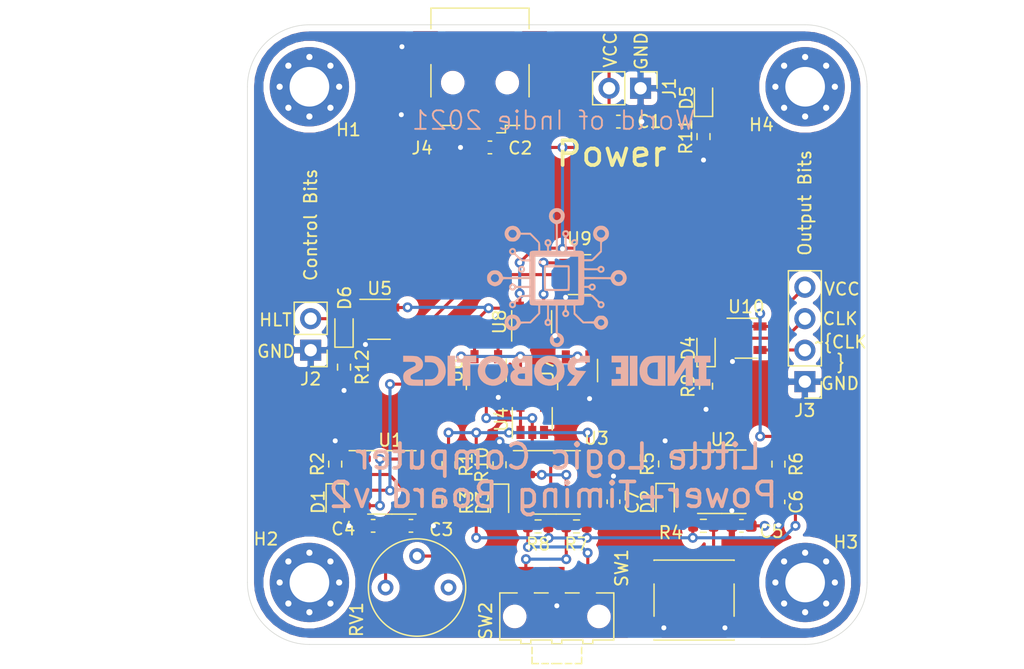
<source format=kicad_pcb>
(kicad_pcb (version 20171130) (host pcbnew "(5.1.9)-1")
  (title_block (title "LLC-001 - Power and Timing Board") (date 2021-05-06) (rev 2.0) (company "Indie Robotics") (comment 1 "Drawn by Ryan Smith"))
  (layers (0 F.Cu signal) (31 B.Cu signal) (34 B.Paste user) (35 F.Paste user) (36 B.SilkS user) (37 F.SilkS user) (38 B.Mask user) (39 F.Mask user) (44 Edge.Cuts user))
  (net 0 "")
  (net 1 GND)
  (net 2 VCC)
  (net 3 "Net-(C3-Pad1)")
  (net 4 "Net-(C4-Pad1)")
  (net 5 "Net-(C5-Pad1)")
  (net 6 "Net-(C6-Pad1)")
  (net 7 /HLT)
  (net 8 /CLK)
  (net 9 "Net-(R1-Pad2)")
  (net 10 "Net-(D1-Pad1)")
  (net 11 "Net-(D2-Pad1)")
  (net 12 "Net-(D3-Pad1)")
  (net 13 "Net-(D4-Pad1)")
  (net 14 "Net-(D1-Pad2)")
  (net 15 "Net-(D2-Pad2)")
  (net 16 "Net-(D3-Pad2)")
  (net 17 "Net-(U4-Pad4)")
  (net 18 "Net-(U6-Pad4)")
  (net 19 "Net-(U7-Pad4)")
  (net 20 "Net-(C7-Pad1)")
  (net 21 /~CLK)
  (net 22 "Net-(R3-Pad1)")
  (net 23 "Net-(R4-Pad1)")
  (net 24 "Net-(R7-Pad2)")
  (net 25 "Net-(R8-Pad2)")
  (net 26 "Net-(U5-Pad4)")
  (net 27 "Net-(U8-Pad4)")
  (net 28 "Net-(D5-Pad1)")
  (net 29 "Net-(D6-Pad1)")
  (module Testboard:logo (layer B.Cu) (at 126.5644 99.394 180)
    (fp_text reference G*** hide)
    (fp_text value LOGO hide)
  )
  (module Resistor_SMD:R_0603_1608Metric (layer F.Cu) (at 109.394 104.6264 90)
    (fp_text reference R12 (at 0 1.4732 90) (layer F.SilkS))
    (fp_text value 330R)
    (pad 2 smd roundrect (at 0.825 0 90) (size 0.8 0.95) (layers F.Cu F.Paste F.Mask) (net 29 "Net-(D6-Pad1)"))
    (pad 1 smd roundrect (at -0.825 0 90) (size 0.8 0.95) (layers F.Cu F.Paste F.Mask) (net 1 GND))
  )
  (module Resistor_SMD:R_0603_1608Metric (layer F.Cu) (at 138.4008 86.0214 90)
    (fp_text reference R11 (at 0 -1.43 90) (layer F.SilkS))
    (fp_text value 330R)
    (pad 2 smd roundrect (at 0.825 0 90) (size 0.8 0.95) (layers F.Cu F.Paste F.Mask) (net 28 "Net-(D5-Pad1)"))
    (pad 1 smd roundrect (at -0.825 0 90) (size 0.8 0.95) (layers F.Cu F.Paste F.Mask) (net 1 GND))
  )
  (module LED_SMD:LED_0603_1608Metric (layer F.Cu) (at 109.394 101.5276 90)
    (fp_text reference D6 (at 2.4892 0.0508 90) (layer F.SilkS))
    (fp_text value LED_Green)
    (pad 2 smd roundrect (at 0.7875 0 90) (size 0.875 0.95) (layers F.Cu F.Paste F.Mask) (net 7 /HLT))
    (pad 1 smd roundrect (at -0.7875 0 90) (size 0.875 0.95) (layers F.Cu F.Paste F.Mask) (net 29 "Net-(D6-Pad1)"))
  )
  (module LED_SMD:LED_0603_1608Metric (layer F.Cu) (at 138.4008 82.9095 90)
    (fp_text reference D5 (at 0.0255 -1.3716 270) (layer F.SilkS))
    (fp_text value LED_Red)
    (pad 2 smd roundrect (at 0.7875 0 90) (size 0.875 0.95) (layers F.Cu F.Paste F.Mask) (net 2 VCC))
    (pad 1 smd roundrect (at -0.7875 0 90) (size 0.875 0.95) (layers F.Cu F.Paste F.Mask) (net 28 "Net-(D5-Pad1)"))
  )
  (module Capacitor_SMD:C_0603_1608Metric (layer F.Cu) (at 131.1364 115.4846 90)
    (fp_text reference C7 (at -0.013 1.524 90) (layer F.SilkS))
    (fp_text value 10n)
    (pad 2 smd roundrect (at 0.775 0 90) (size 0.9 0.95) (layers F.Cu F.Paste F.Mask) (net 1 GND))
    (pad 1 smd roundrect (at -0.775 0 90) (size 0.9 0.95) (layers F.Cu F.Paste F.Mask) (net 20 "Net-(C7-Pad1)"))
  )
  (module Capacitor_SMD:C_0603_1608Metric (layer F.Cu) (at 141.4618 117.428 180)
    (fp_text reference C5 (at -2.4254 -0.4572) (layer F.SilkS))
    (fp_text value 10n)
    (pad 2 smd roundrect (at 0.775 0 180) (size 0.9 0.95) (layers F.Cu F.Paste F.Mask) (net 1 GND))
    (pad 1 smd roundrect (at -0.775 0 180) (size 0.9 0.95) (layers F.Cu F.Paste F.Mask) (net 5 "Net-(C5-Pad1)"))
  )
  (module Capacitor_SMD:C_0603_1608Metric (layer F.Cu) (at 114.7918 117.428)
    (fp_text reference C3 (at 2.4514 0.3048) (layer F.SilkS))
    (fp_text value 10n)
    (pad 2 smd roundrect (at 0.775 0) (size 0.9 0.95) (layers F.Cu F.Paste F.Mask) (net 1 GND))
    (pad 1 smd roundrect (at -0.775 0) (size 0.9 0.95) (layers F.Cu F.Paste F.Mask) (net 3 "Net-(C3-Pad1)"))
  )
  (module MountingHole:MountingHole_3.2mm_M3_Pad_Via (layer F.Cu) (at 146.6 82)
    (fp_text reference H4 (at -3.5256 3.0684) (layer F.SilkS))
    (fp_text value MountingHole)
    (pad 1 thru_hole circle (at 1.697056 -1.697056) (size 0.8 0.8) (drill 0.5) (layers *.Cu *.Mask))
    (pad 1 thru_hole circle (at 0 -2.4) (size 0.8 0.8) (drill 0.5) (layers *.Cu *.Mask))
    (pad 1 thru_hole circle (at -1.697056 -1.697056) (size 0.8 0.8) (drill 0.5) (layers *.Cu *.Mask))
    (pad 1 thru_hole circle (at -2.4 0) (size 0.8 0.8) (drill 0.5) (layers *.Cu *.Mask))
    (pad 1 thru_hole circle (at -1.697056 1.697056) (size 0.8 0.8) (drill 0.5) (layers *.Cu *.Mask))
    (pad 1 thru_hole circle (at 0 2.4) (size 0.8 0.8) (drill 0.5) (layers *.Cu *.Mask))
    (pad 1 thru_hole circle (at 1.697056 1.697056) (size 0.8 0.8) (drill 0.5) (layers *.Cu *.Mask))
    (pad 1 thru_hole circle (at 2.4 0) (size 0.8 0.8) (drill 0.5) (layers *.Cu *.Mask))
    (pad 1 thru_hole circle (at 0 0) (size 6.4 6.4) (drill 3.2) (layers *.Cu *.Mask))
  )
  (module MountingHole:MountingHole_3.2mm_M3_Pad_Via (layer F.Cu) (at 146.6 122)
    (fp_text reference H3 (at 3.2816 -3.2512) (layer F.SilkS))
    (fp_text value MountingHole)
    (pad 1 thru_hole circle (at 1.697056 -1.697056) (size 0.8 0.8) (drill 0.5) (layers *.Cu *.Mask))
    (pad 1 thru_hole circle (at 0 -2.4) (size 0.8 0.8) (drill 0.5) (layers *.Cu *.Mask))
    (pad 1 thru_hole circle (at -1.697056 -1.697056) (size 0.8 0.8) (drill 0.5) (layers *.Cu *.Mask))
    (pad 1 thru_hole circle (at -2.4 0) (size 0.8 0.8) (drill 0.5) (layers *.Cu *.Mask))
    (pad 1 thru_hole circle (at -1.697056 1.697056) (size 0.8 0.8) (drill 0.5) (layers *.Cu *.Mask))
    (pad 1 thru_hole circle (at 0 2.4) (size 0.8 0.8) (drill 0.5) (layers *.Cu *.Mask))
    (pad 1 thru_hole circle (at 1.697056 1.697056) (size 0.8 0.8) (drill 0.5) (layers *.Cu *.Mask))
    (pad 1 thru_hole circle (at 2.4 0) (size 0.8 0.8) (drill 0.5) (layers *.Cu *.Mask))
    (pad 1 thru_hole circle (at 0 0) (size 6.4 6.4) (drill 3.2) (layers *.Cu *.Mask))
  )
  (module MountingHole:MountingHole_3.2mm_M3_Pad_Via (layer F.Cu) (at 106.6 122)
    (fp_text reference H2 (at -3.5052 -3.5052) (layer F.SilkS))
    (fp_text value MountingHole)
    (pad 1 thru_hole circle (at 1.697056 -1.697056) (size 0.8 0.8) (drill 0.5) (layers *.Cu *.Mask))
    (pad 1 thru_hole circle (at 0 -2.4) (size 0.8 0.8) (drill 0.5) (layers *.Cu *.Mask))
    (pad 1 thru_hole circle (at -1.697056 -1.697056) (size 0.8 0.8) (drill 0.5) (layers *.Cu *.Mask))
    (pad 1 thru_hole circle (at -2.4 0) (size 0.8 0.8) (drill 0.5) (layers *.Cu *.Mask))
    (pad 1 thru_hole circle (at -1.697056 1.697056) (size 0.8 0.8) (drill 0.5) (layers *.Cu *.Mask))
    (pad 1 thru_hole circle (at 0 2.4) (size 0.8 0.8) (drill 0.5) (layers *.Cu *.Mask))
    (pad 1 thru_hole circle (at 1.697056 1.697056) (size 0.8 0.8) (drill 0.5) (layers *.Cu *.Mask))
    (pad 1 thru_hole circle (at 2.4 0) (size 0.8 0.8) (drill 0.5) (layers *.Cu *.Mask))
    (pad 1 thru_hole circle (at 0 0) (size 6.4 6.4) (drill 3.2) (layers *.Cu *.Mask))
  )
  (module Package_TO_SOT_SMD:SOT-23-5 (layer F.Cu) (at 141.8552 102.2896)
    (fp_text reference U10 (at 0 -2.54) (layer F.SilkS))
    (fp_text value 74LVC1G86)
    (pad 5 smd rect (at 1.1 -0.95) (size 1.06 0.65) (layers F.Cu F.Paste F.Mask) (net 2 VCC))
    (pad 4 smd rect (at 1.1 0.95) (size 1.06 0.65) (layers F.Cu F.Paste F.Mask) (net 21 /~CLK))
    (pad 3 smd rect (at -1.1 0.95) (size 1.06 0.65) (layers F.Cu F.Paste F.Mask) (net 1 GND))
    (pad 2 smd rect (at -1.1 0) (size 1.06 0.65) (layers F.Cu F.Paste F.Mask) (net 8 /CLK))
    (pad 1 smd rect (at -1.1 -0.95) (size 1.06 0.65) (layers F.Cu F.Paste F.Mask) (net 2 VCC))
  )
  (module Package_TO_SOT_SMD:SOT-23-5 (layer F.Cu) (at 128.3932 97.1588)
    (fp_text reference U9 (at 0 -2.9) (layer F.SilkS))
    (fp_text value 74LVC1G08)
    (pad 5 smd rect (at 1.1 -0.95) (size 1.06 0.65) (layers F.Cu F.Paste F.Mask) (net 2 VCC))
    (pad 4 smd rect (at 1.1 0.95) (size 1.06 0.65) (layers F.Cu F.Paste F.Mask) (net 8 /CLK))
    (pad 3 smd rect (at -1.1 0.95) (size 1.06 0.65) (layers F.Cu F.Paste F.Mask) (net 1 GND))
    (pad 2 smd rect (at -1.1 0) (size 1.06 0.65) (layers F.Cu F.Paste F.Mask) (net 26 "Net-(U5-Pad4)"))
    (pad 1 smd rect (at -1.1 -0.95) (size 1.06 0.65) (layers F.Cu F.Paste F.Mask) (net 27 "Net-(U8-Pad4)"))
  )
  (module Package_TO_SOT_SMD:SOT-23-5 (layer F.Cu) (at 124.5324 100.9688 90)
    (fp_text reference U8 (at 0 -2.5908 90) (layer F.SilkS))
    (fp_text value 74LVC1G32)
    (pad 5 smd rect (at 1.1 -0.95 90) (size 1.06 0.65) (layers F.Cu F.Paste F.Mask) (net 2 VCC))
    (pad 4 smd rect (at 1.1 0.95 90) (size 1.06 0.65) (layers F.Cu F.Paste F.Mask) (net 27 "Net-(U8-Pad4)"))
    (pad 3 smd rect (at -1.1 0.95 90) (size 1.06 0.65) (layers F.Cu F.Paste F.Mask) (net 1 GND))
    (pad 2 smd rect (at -1.1 0 90) (size 1.06 0.65) (layers F.Cu F.Paste F.Mask) (net 19 "Net-(U7-Pad4)"))
    (pad 1 smd rect (at -1.1 -0.95 90) (size 1.06 0.65) (layers F.Cu F.Paste F.Mask) (net 18 "Net-(U6-Pad4)"))
  )
  (module Package_TO_SOT_SMD:SOT-23-5 (layer F.Cu) (at 128.2408 104.898 90)
    (fp_text reference U7 (at -0.0508 -2.4536 90) (layer F.SilkS))
    (fp_text value 74LVC1G08)
    (pad 5 smd rect (at 1.1 -0.95 90) (size 1.06 0.65) (layers F.Cu F.Paste F.Mask) (net 2 VCC))
    (pad 4 smd rect (at 1.1 0.95 90) (size 1.06 0.65) (layers F.Cu F.Paste F.Mask) (net 19 "Net-(U7-Pad4)"))
    (pad 3 smd rect (at -1.1 0.95 90) (size 1.06 0.65) (layers F.Cu F.Paste F.Mask) (net 1 GND))
    (pad 2 smd rect (at -1.1 0 90) (size 1.06 0.65) (layers F.Cu F.Paste F.Mask) (net 17 "Net-(U4-Pad4)"))
    (pad 1 smd rect (at -1.1 -0.95 90) (size 1.06 0.65) (layers F.Cu F.Paste F.Mask) (net 15 "Net-(D2-Pad2)"))
  )
  (module Package_TO_SOT_SMD:SOT-23-5 (layer F.Cu) (at 120.8748 104.8804 90)
    (fp_text reference U6 (at 0 -2.4384 90) (layer F.SilkS))
    (fp_text value 74LVC1G08)
    (pad 5 smd rect (at 1.1 -0.95 90) (size 1.06 0.65) (layers F.Cu F.Paste F.Mask) (net 2 VCC))
    (pad 4 smd rect (at 1.1 0.95 90) (size 1.06 0.65) (layers F.Cu F.Paste F.Mask) (net 18 "Net-(U6-Pad4)"))
    (pad 3 smd rect (at -1.1 0.95 90) (size 1.06 0.65) (layers F.Cu F.Paste F.Mask) (net 1 GND))
    (pad 2 smd rect (at -1.1 0 90) (size 1.06 0.65) (layers F.Cu F.Paste F.Mask) (net 16 "Net-(D3-Pad2)"))
    (pad 1 smd rect (at -1.1 -0.95 90) (size 1.06 0.65) (layers F.Cu F.Paste F.Mask) (net 14 "Net-(D1-Pad2)"))
  )
  (module Package_TO_SOT_SMD:SOT-23-5 (layer F.Cu) (at 112.2212 100.7656)
    (fp_text reference U5 (at 0.0508 -2.4892) (layer F.SilkS))
    (fp_text value 74LVC1G86)
    (pad 5 smd rect (at 1.1 -0.95) (size 1.06 0.65) (layers F.Cu F.Paste F.Mask) (net 2 VCC))
    (pad 4 smd rect (at 1.1 0.95) (size 1.06 0.65) (layers F.Cu F.Paste F.Mask) (net 26 "Net-(U5-Pad4)"))
    (pad 3 smd rect (at -1.1 0.95) (size 1.06 0.65) (layers F.Cu F.Paste F.Mask) (net 1 GND))
    (pad 2 smd rect (at -1.1 0) (size 1.06 0.65) (layers F.Cu F.Paste F.Mask) (net 7 /HLT))
    (pad 1 smd rect (at -1.1 -0.95) (size 1.06 0.65) (layers F.Cu F.Paste F.Mask) (net 2 VCC))
  )
  (module Package_TO_SOT_SMD:SOT-23-5 (layer F.Cu) (at 124.5832 108.792 90)
    (fp_text reference U4 (at -0.0508 -2.4892 90) (layer F.SilkS))
    (fp_text value 74LVC1G86)
    (pad 5 smd rect (at 1.1 -0.95 90) (size 1.06 0.65) (layers F.Cu F.Paste F.Mask) (net 2 VCC))
    (pad 4 smd rect (at 1.1 0.95 90) (size 1.06 0.65) (layers F.Cu F.Paste F.Mask) (net 17 "Net-(U4-Pad4)"))
    (pad 3 smd rect (at -1.1 0.95 90) (size 1.06 0.65) (layers F.Cu F.Paste F.Mask) (net 1 GND))
    (pad 2 smd rect (at -1.1 0 90) (size 1.06 0.65) (layers F.Cu F.Paste F.Mask) (net 16 "Net-(D3-Pad2)"))
    (pad 1 smd rect (at -1.1 -0.95 90) (size 1.06 0.65) (layers F.Cu F.Paste F.Mask) (net 2 VCC))
  )
  (module Button_Switch_SMD:SW_SPDT_CK-JS102011SAQN (layer F.Cu) (at 126.5644 124.7432)
    (fp_text reference SW2 (at -5.7404 0.3556 90) (layer F.SilkS))
    (fp_text value SW_SPDT)
    (pad "" np_thru_hole circle (at 3.4 0) (size 0.9 0.9) (drill 0.9) (layers *.Cu *.Mask))
    (pad "" np_thru_hole circle (at -3.4 0) (size 0.9 0.9) (drill 0.9) (layers *.Cu *.Mask))
    (pad 3 smd rect (at 2.5 -2.75) (size 1.25 2.5) (layers F.Cu F.Paste F.Mask) (net 25 "Net-(R8-Pad2)"))
    (pad 2 smd rect (at 0 -2.75) (size 1.25 2.5) (layers F.Cu F.Paste F.Mask) (net 1 GND))
    (pad 1 smd rect (at -2.5 -2.75) (size 1.25 2.5) (layers F.Cu F.Paste F.Mask) (net 24 "Net-(R7-Pad2)"))
  )
  (module Button_Switch_SMD:SW_SPST_PTS645 (layer F.Cu) (at 137.6388 123.4224 180)
    (fp_text reference SW1 (at 5.842 2.5908 90) (layer F.SilkS))
    (fp_text value SW_Push)
    (pad 2 smd rect (at 3.98 2.25 180) (size 1.55 1.3) (layers F.Cu F.Paste F.Mask) (net 23 "Net-(R4-Pad1)"))
    (pad 1 smd rect (at 3.98 -2.25 180) (size 1.55 1.3) (layers F.Cu F.Paste F.Mask) (net 1 GND))
    (pad 1 smd rect (at -3.98 -2.25 180) (size 1.55 1.3) (layers F.Cu F.Paste F.Mask) (net 1 GND))
    (pad 2 smd rect (at -3.98 2.25 180) (size 1.55 1.3) (layers F.Cu F.Paste F.Mask) (net 23 "Net-(R4-Pad1)"))
  )
  (module Potentiometer_THT:Potentiometer_Bourns_3339P_Vertical (layer F.Cu) (at 112.7468 122.4064 270)
    (fp_text reference RV1 (at 2.5908 2.3368 90) (layer F.SilkS))
    (fp_text value 1M)
    (pad 1 thru_hole circle (at 0 0 270) (size 1.26 1.26) (drill 0.7) (layers *.Cu *.Mask) (net 4 "Net-(C4-Pad1)"))
    (pad 2 thru_hole circle (at -2.54 -2.54 270) (size 1.26 1.26) (drill 0.7) (layers *.Cu *.Mask) (net 22 "Net-(R3-Pad1)"))
    (pad 3 thru_hole circle (at 0 -5.08 270) (size 1.26 1.26) (drill 0.7) (layers *.Cu *.Mask))
  )
  (module Resistor_SMD:R_0603_1608Metric (layer F.Cu) (at 121.9416 112.5004 90)
    (fp_text reference R10 (at 0 -1.43 90) (layer F.SilkS))
    (fp_text value 330R)
    (pad 2 smd roundrect (at 0.825 0 90) (size 0.8 0.95) (layers F.Cu F.Paste F.Mask) (net 1 GND))
    (pad 1 smd roundrect (at -0.825 0 90) (size 0.8 0.95) (layers F.Cu F.Paste F.Mask) (net 12 "Net-(D3-Pad1)"))
  )
  (module Resistor_SMD:R_0603_1608Metric (layer F.Cu) (at 138.604 106.1626 90)
    (fp_text reference R9 (at 0.0308 -1.4424 90) (layer F.SilkS))
    (fp_text value 330R)
    (pad 2 smd roundrect (at 0.825 0 90) (size 0.8 0.95) (layers F.Cu F.Paste F.Mask) (net 13 "Net-(D4-Pad1)"))
    (pad 1 smd roundrect (at -0.825 0 90) (size 0.8 0.95) (layers F.Cu F.Paste F.Mask) (net 1 GND))
  )
  (module Resistor_SMD:R_0603_1608Metric (layer F.Cu) (at 125.0526 117.4788 180)
    (fp_text reference R8 (at 0 -1.43) (layer F.SilkS))
    (fp_text value 1K)
    (pad 2 smd roundrect (at 0.825 0 180) (size 0.8 0.95) (layers F.Cu F.Paste F.Mask) (net 25 "Net-(R8-Pad2)"))
    (pad 1 smd roundrect (at -0.825 0 180) (size 0.8 0.95) (layers F.Cu F.Paste F.Mask) (net 2 VCC))
  )
  (module Resistor_SMD:R_0603_1608Metric (layer F.Cu) (at 128.1514 117.4788 180)
    (fp_text reference R7 (at 0 -1.43) (layer F.SilkS))
    (fp_text value 1K)
    (pad 2 smd roundrect (at 0.825 0 180) (size 0.8 0.95) (layers F.Cu F.Paste F.Mask) (net 24 "Net-(R7-Pad2)"))
    (pad 1 smd roundrect (at -0.825 0 180) (size 0.8 0.95) (layers F.Cu F.Paste F.Mask) (net 2 VCC))
  )
  (module Resistor_SMD:R_0603_1608Metric (layer F.Cu) (at 144.446 112.4496 270)
    (fp_text reference R6 (at 0 -1.43 90) (layer F.SilkS))
    (fp_text value 1M)
    (pad 2 smd roundrect (at 0.825 0 270) (size 0.8 0.95) (layers F.Cu F.Paste F.Mask) (net 6 "Net-(C6-Pad1)"))
    (pad 1 smd roundrect (at -0.825 0 270) (size 0.8 0.95) (layers F.Cu F.Paste F.Mask) (net 2 VCC))
  )
  (module Resistor_SMD:R_0603_1608Metric (layer F.Cu) (at 135.302 112.4374 90)
    (fp_text reference R5 (at 0 -1.43 90) (layer F.SilkS))
    (fp_text value 330R)
    (pad 2 smd roundrect (at 0.825 0 90) (size 0.8 0.95) (layers F.Cu F.Paste F.Mask) (net 1 GND))
    (pad 1 smd roundrect (at -0.825 0 90) (size 0.8 0.95) (layers F.Cu F.Paste F.Mask) (net 11 "Net-(D2-Pad1)"))
  )
  (module Resistor_SMD:R_0603_1608Metric (layer F.Cu) (at 138.3886 117.428 180)
    (fp_text reference R4 (at 2.6294 -0.5588) (layer F.SilkS))
    (fp_text value 1K)
    (pad 2 smd roundrect (at 0.825 0 180) (size 0.8 0.95) (layers F.Cu F.Paste F.Mask) (net 2 VCC))
    (pad 1 smd roundrect (at -0.825 0 180) (size 0.8 0.95) (layers F.Cu F.Paste F.Mask) (net 23 "Net-(R4-Pad1)"))
  )
  (module Resistor_SMD:R_0603_1608Metric (layer F.Cu) (at 117.8268 115.5484 90)
    (fp_text reference R3 (at 0 1.4732 90) (layer F.SilkS))
    (fp_text value 1K)
    (pad 2 smd roundrect (at 0.825 0 90) (size 0.8 0.95) (layers F.Cu F.Paste F.Mask) (net 9 "Net-(R1-Pad2)"))
    (pad 1 smd roundrect (at -0.825 0 90) (size 0.8 0.95) (layers F.Cu F.Paste F.Mask) (net 22 "Net-(R3-Pad1)"))
  )
  (module Resistor_SMD:R_0603_1608Metric (layer F.Cu) (at 108.6828 112.4496 90)
    (fp_text reference R2 (at 0 -1.43 90) (layer F.SilkS))
    (fp_text value 330R)
    (pad 2 smd roundrect (at 0.825 0 90) (size 0.8 0.95) (layers F.Cu F.Paste F.Mask) (net 1 GND))
    (pad 1 smd roundrect (at -0.825 0 90) (size 0.8 0.95) (layers F.Cu F.Paste F.Mask) (net 10 "Net-(D1-Pad1)"))
  )
  (module Resistor_SMD:R_0603_1608Metric (layer F.Cu) (at 117.8268 112.4882 270)
    (fp_text reference R1 (at 0.0122 -1.4224 90) (layer F.SilkS))
    (fp_text value 1K)
    (pad 2 smd roundrect (at 0.825 0 270) (size 0.8 0.95) (layers F.Cu F.Paste F.Mask) (net 9 "Net-(R1-Pad2)"))
    (pad 1 smd roundrect (at -0.825 0 270) (size 0.8 0.95) (layers F.Cu F.Paste F.Mask) (net 2 VCC))
  )
  (module Connector_USB:USB_Mini-B_Wuerth_65100516121_Horizontal (layer F.Cu) (at 120.3668 81.6648 180)
    (fp_text reference J4 (at 4.6736 -5.2832) (layer F.SilkS))
    (fp_text value USB_B_Mini)
    (pad "" np_thru_hole circle (at 2.2 0 180) (size 0.9 0.9) (drill 0.9) (layers *.Cu *.Mask))
    (pad "" np_thru_hole circle (at -2.2 0 180) (size 0.9 0.9) (drill 0.9) (layers *.Cu *.Mask))
    (pad 5 smd rect (at 1.6 -2.6 180) (size 0.5 2.5) (layers F.Cu F.Paste F.Mask) (net 1 GND))
    (pad 4 smd rect (at 0.8 -2.6 180) (size 0.5 2.5) (layers F.Cu F.Paste F.Mask))
    (pad 3 smd rect (at 0 -2.6 180) (size 0.5 2.5) (layers F.Cu F.Paste F.Mask))
    (pad 2 smd rect (at -0.8 -2.6 180) (size 0.5 2.5) (layers F.Cu F.Paste F.Mask))
    (pad 1 smd rect (at -1.6 -2.6 180) (size 0.5 2.5) (layers F.Cu F.Paste F.Mask) (net 2 VCC))
    (pad 6 smd rect (at 4.4 -2.6 180) (size 2 2.5) (layers F.Cu F.Paste F.Mask) (net 1 GND))
    (pad 6 smd rect (at -4.4 -2.6 180) (size 2 2.5) (layers F.Cu F.Paste F.Mask) (net 1 GND))
    (pad 6 smd rect (at 4.4 2.9 180) (size 2 2.5) (layers F.Cu F.Paste F.Mask) (net 1 GND))
    (pad 6 smd rect (at -4.4 2.9 180) (size 2 2.5) (layers F.Cu F.Paste F.Mask) (net 1 GND))
  )
  (module Connector_PinHeader_2.54mm:PinHeader_1x04_P2.54mm_Vertical (layer F.Cu) (at 146.5796 105.7948 180)
    (fp_text reference J3 (at 0 -2.33) (layer F.SilkS))
    (fp_text value Conn_01x04)
    (pad 4 thru_hole oval (at 0 7.62 180) (size 1.7 1.7) (drill 1) (layers *.Cu *.Mask) (net 2 VCC))
    (pad 3 thru_hole oval (at 0 5.08 180) (size 1.7 1.7) (drill 1) (layers *.Cu *.Mask) (net 8 /CLK))
    (pad 2 thru_hole oval (at 0 2.54 180) (size 1.7 1.7) (drill 1) (layers *.Cu *.Mask) (net 21 /~CLK))
    (pad 1 thru_hole rect (at 0 0 180) (size 1.7 1.7) (drill 1) (layers *.Cu *.Mask) (net 1 GND))
  )
  (module Connector_PinHeader_2.54mm:PinHeader_1x02_P2.54mm_Vertical (layer F.Cu) (at 106.7016 103.2548 180)
    (fp_text reference J2 (at 0 -2.33) (layer F.SilkS))
    (fp_text value Conn_01x02)
    (pad 2 thru_hole oval (at 0 2.54 180) (size 1.7 1.7) (drill 1) (layers *.Cu *.Mask) (net 7 /HLT))
    (pad 1 thru_hole rect (at 0 0 180) (size 1.7 1.7) (drill 1) (layers *.Cu *.Mask) (net 1 GND))
  )
  (module MountingHole:MountingHole_3.2mm_M3_Pad_Via (layer F.Cu) (at 106.6 82)
    (fp_text reference H1 (at 3.1496 3.4748) (layer F.SilkS))
    (fp_text value MountingHole)
    (pad 1 thru_hole circle (at 1.697056 -1.697056) (size 0.8 0.8) (drill 0.5) (layers *.Cu *.Mask))
    (pad 1 thru_hole circle (at 0 -2.4) (size 0.8 0.8) (drill 0.5) (layers *.Cu *.Mask))
    (pad 1 thru_hole circle (at -1.697056 -1.697056) (size 0.8 0.8) (drill 0.5) (layers *.Cu *.Mask))
    (pad 1 thru_hole circle (at -2.4 0) (size 0.8 0.8) (drill 0.5) (layers *.Cu *.Mask))
    (pad 1 thru_hole circle (at -1.697056 1.697056) (size 0.8 0.8) (drill 0.5) (layers *.Cu *.Mask))
    (pad 1 thru_hole circle (at 0 2.4) (size 0.8 0.8) (drill 0.5) (layers *.Cu *.Mask))
    (pad 1 thru_hole circle (at 1.697056 1.697056) (size 0.8 0.8) (drill 0.5) (layers *.Cu *.Mask))
    (pad 1 thru_hole circle (at 2.4 0) (size 0.8 0.8) (drill 0.5) (layers *.Cu *.Mask))
    (pad 1 thru_hole circle (at 0 0) (size 6.4 6.4) (drill 3.2) (layers *.Cu *.Mask))
  )
  (module LED_SMD:LED_0603_1608Metric (layer F.Cu) (at 138.604 103.1024 90)
    (fp_text reference D4 (at 0 -1.43 90) (layer F.SilkS))
    (fp_text value LED_Green)
    (pad 2 smd roundrect (at 0.7875 0 90) (size 0.875 0.95) (layers F.Cu F.Paste F.Mask) (net 8 /CLK))
    (pad 1 smd roundrect (at -0.7875 0 90) (size 0.875 0.95) (layers F.Cu F.Paste F.Mask) (net 13 "Net-(D4-Pad1)"))
  )
  (module LED_SMD:LED_0603_1608Metric (layer F.Cu) (at 121.9416 115.5484 270)
    (fp_text reference D3 (at 0 1.3716 90) (layer F.SilkS))
    (fp_text value LED_Green)
    (pad 2 smd roundrect (at 0.7875 0 270) (size 0.875 0.95) (layers F.Cu F.Paste F.Mask) (net 16 "Net-(D3-Pad2)"))
    (pad 1 smd roundrect (at -0.7875 0 270) (size 0.875 0.95) (layers F.Cu F.Paste F.Mask) (net 12 "Net-(D3-Pad1)"))
  )
  (module LED_SMD:LED_0603_1608Metric (layer F.Cu) (at 135.302 115.4976 270)
    (fp_text reference D2 (at 0 1.4224 90) (layer F.SilkS))
    (fp_text value LED_Green)
    (pad 2 smd roundrect (at 0.7875 0 270) (size 0.875 0.95) (layers F.Cu F.Paste F.Mask) (net 15 "Net-(D2-Pad2)"))
    (pad 1 smd roundrect (at -0.7875 0 270) (size 0.875 0.95) (layers F.Cu F.Paste F.Mask) (net 11 "Net-(D2-Pad1)"))
  )
  (module LED_SMD:LED_0603_1608Metric (layer F.Cu) (at 108.6828 115.5229 270)
    (fp_text reference D1 (at -0.0253 1.3716 90) (layer F.SilkS))
    (fp_text value LED_Green)
    (pad 2 smd roundrect (at 0.7875 0 270) (size 0.875 0.95) (layers F.Cu F.Paste F.Mask) (net 14 "Net-(D1-Pad2)"))
    (pad 1 smd roundrect (at -0.7875 0 270) (size 0.875 0.95) (layers F.Cu F.Paste F.Mask) (net 10 "Net-(D1-Pad1)"))
  )
  (module Capacitor_SMD:C_0603_1608Metric (layer F.Cu) (at 144.446 115.4976 270)
    (fp_text reference C6 (at 0 -1.43 90) (layer F.SilkS))
    (fp_text value 100n)
    (pad 2 smd roundrect (at 0.775 0 270) (size 0.9 0.95) (layers F.Cu F.Paste F.Mask) (net 1 GND))
    (pad 1 smd roundrect (at -0.775 0 270) (size 0.9 0.95) (layers F.Cu F.Paste F.Mask) (net 6 "Net-(C6-Pad1)"))
  )
  (module Capacitor_SMD:C_0603_1608Metric (layer F.Cu) (at 111.7438 117.428 180)
    (fp_text reference C4 (at 2.4006 -0.254) (layer F.SilkS))
    (fp_text value 1u)
    (pad 2 smd roundrect (at 0.775 0 180) (size 0.9 0.95) (layers F.Cu F.Paste F.Mask) (net 1 GND))
    (pad 1 smd roundrect (at -0.775 0 180) (size 0.9 0.95) (layers F.Cu F.Paste F.Mask) (net 4 "Net-(C4-Pad1)"))
  )
  (module Capacitor_SMD:C_0603_1608Metric (layer F.Cu) (at 121.1666 86.8972 180)
    (fp_text reference C2 (at -2.4514 -0.0508) (layer F.SilkS))
    (fp_text value 100n)
    (pad 2 smd roundrect (at 0.775 0 180) (size 0.9 0.95) (layers F.Cu F.Paste F.Mask) (net 1 GND))
    (pad 1 smd roundrect (at -0.775 0 180) (size 0.9 0.95) (layers F.Cu F.Paste F.Mask) (net 2 VCC))
  )
  (module Capacitor_SMD:C_0603_1608Metric (layer F.Cu) (at 131.5298 84.8144)
    (fp_text reference C1 (at 2.5022 0) (layer F.SilkS))
    (fp_text value 100n)
    (pad 2 smd roundrect (at 0.775 0) (size 0.9 0.95) (layers F.Cu F.Paste F.Mask) (net 1 GND))
    (pad 1 smd roundrect (at -0.775 0) (size 0.9 0.95) (layers F.Cu F.Paste F.Mask) (net 2 VCC))
  )
  (module Package_SO:SO-8_3.9x4.9mm_P1.27mm (layer F.Cu) (at 139.874 113.872)
    (fp_text reference U2 (at 0.1016 -3.4036) (layer F.SilkS))
    (fp_text value LM555)
    (pad 8 smd roundrect (at 2.575 -1.905) (size 1.75 0.6) (layers F.Cu F.Paste F.Mask) (net 2 VCC))
    (pad 7 smd roundrect (at 2.575 -0.635) (size 1.75 0.6) (layers F.Cu F.Paste F.Mask) (net 6 "Net-(C6-Pad1)"))
    (pad 6 smd roundrect (at 2.575 0.635) (size 1.75 0.6) (layers F.Cu F.Paste F.Mask) (net 6 "Net-(C6-Pad1)"))
    (pad 5 smd roundrect (at 2.575 1.905) (size 1.75 0.6) (layers F.Cu F.Paste F.Mask) (net 5 "Net-(C5-Pad1)"))
    (pad 4 smd roundrect (at -2.575 1.905) (size 1.75 0.6) (layers F.Cu F.Paste F.Mask) (net 2 VCC))
    (pad 3 smd roundrect (at -2.575 0.635) (size 1.75 0.6) (layers F.Cu F.Paste F.Mask) (net 15 "Net-(D2-Pad2)"))
    (pad 2 smd roundrect (at -2.575 -0.635) (size 1.75 0.6) (layers F.Cu F.Paste F.Mask) (net 23 "Net-(R4-Pad1)"))
    (pad 1 smd roundrect (at -2.575 -1.905) (size 1.75 0.6) (layers F.Cu F.Paste F.Mask) (net 1 GND))
  )
  (module Package_SO:SO-8_3.9x4.9mm_P1.27mm (layer F.Cu) (at 126.5136 113.9228)
    (fp_text reference U3 (at 3.2512 -3.556) (layer F.SilkS))
    (fp_text value LM555)
    (pad 8 smd roundrect (at 2.575 -1.905) (size 1.75 0.6) (layers F.Cu F.Paste F.Mask) (net 2 VCC))
    (pad 7 smd roundrect (at 2.575 -0.635) (size 1.75 0.6) (layers F.Cu F.Paste F.Mask))
    (pad 6 smd roundrect (at 2.575 0.635) (size 1.75 0.6) (layers F.Cu F.Paste F.Mask) (net 1 GND))
    (pad 5 smd roundrect (at 2.575 1.905) (size 1.75 0.6) (layers F.Cu F.Paste F.Mask) (net 20 "Net-(C7-Pad1)"))
    (pad 4 smd roundrect (at -2.575 1.905) (size 1.75 0.6) (layers F.Cu F.Paste F.Mask) (net 25 "Net-(R8-Pad2)"))
    (pad 3 smd roundrect (at -2.575 0.635) (size 1.75 0.6) (layers F.Cu F.Paste F.Mask) (net 16 "Net-(D3-Pad2)"))
    (pad 2 smd roundrect (at -2.575 -0.635) (size 1.75 0.6) (layers F.Cu F.Paste F.Mask) (net 24 "Net-(R7-Pad2)"))
    (pad 1 smd roundrect (at -2.575 -1.905) (size 1.75 0.6) (layers F.Cu F.Paste F.Mask) (net 1 GND))
  )
  (module Package_SO:SO-8_3.9x4.9mm_P1.27mm (layer F.Cu) (at 113.2548 113.9228)
    (fp_text reference U1 (at -0.1016 -3.4036) (layer F.SilkS))
    (fp_text value LM555)
    (pad 8 smd roundrect (at 2.575 -1.905) (size 1.75 0.6) (layers F.Cu F.Paste F.Mask) (net 2 VCC))
    (pad 7 smd roundrect (at 2.575 -0.635) (size 1.75 0.6) (layers F.Cu F.Paste F.Mask) (net 9 "Net-(R1-Pad2)"))
    (pad 6 smd roundrect (at 2.575 0.635) (size 1.75 0.6) (layers F.Cu F.Paste F.Mask) (net 4 "Net-(C4-Pad1)"))
    (pad 5 smd roundrect (at 2.575 1.905) (size 1.75 0.6) (layers F.Cu F.Paste F.Mask) (net 3 "Net-(C3-Pad1)"))
    (pad 4 smd roundrect (at -2.575 1.905) (size 1.75 0.6) (layers F.Cu F.Paste F.Mask) (net 2 VCC))
    (pad 3 smd roundrect (at -2.575 0.635) (size 1.75 0.6) (layers F.Cu F.Paste F.Mask) (net 14 "Net-(D1-Pad2)"))
    (pad 2 smd roundrect (at -2.575 -0.635) (size 1.75 0.6) (layers F.Cu F.Paste F.Mask) (net 4 "Net-(C4-Pad1)"))
    (pad 1 smd roundrect (at -2.575 -1.905) (size 1.75 0.6) (layers F.Cu F.Paste F.Mask) (net 1 GND))
  )
  (module Connector_PinHeader_2.54mm:PinHeader_1x02_P2.54mm_Vertical (layer F.Cu) (at 133.3208 82.122 270)
    (fp_text reference J1 (at 0 -2.33 90) (layer F.SilkS))
    (fp_text value Conn_01x02)
    (pad 2 thru_hole oval (at 0 2.54 270) (size 1.7 1.7) (drill 1) (layers *.Cu *.Mask) (net 2 VCC))
    (pad 1 thru_hole rect (at 0 0 270) (size 1.7 1.7) (drill 1) (layers *.Cu *.Mask) (net 1 GND))
  )
  (gr_text GND (at 133.3716 79.1248 90) (layer F.SilkS) (effects (font (size 1 1))))
  (gr_text VCC (at 130.8824 79.0232 90) (layer F.SilkS) (effects (font (size 1 1))))
  (gr_text GND (at 149.4244 105.9472) (layer F.SilkS) (effects (font (size 1 1))))
  (gr_text "~CLK\n" (at 149.4752 103.4072) (layer F.SilkS) (effects (font (size 1 1))))
  (gr_text "CLK\n" (at 149.4244 100.7148) (layer F.SilkS) (effects (font (size 1 1))))
  (gr_text "VCC\n" (at 149.5768 98.3272) (layer F.SilkS) (effects (font (size 1 1))))
  (gr_text "GND\n" (at 103.9076 103.3564) (layer F.SilkS) (effects (font (size 1 1))))
  (gr_text HLT (at 103.8568 100.8164) (layer F.SilkS) (effects (font (size 1 1))))
  (gr_text "Output Bits" (at 146.5796 91.3676 90) (layer F.SilkS) (effects (font (size 1 1))))
  (gr_line (start 146.6 77) (end 106.6 77) (layer Edge.Cuts) (width 0.05))
  (gr_line (start 151.6 122) (end 151.6 82) (layer Edge.Cuts) (width 0.05))
  (gr_line (start 106.6 127) (end 146.6 127) (layer Edge.Cuts) (width 0.05))
  (gr_line (start 101.6 82) (end 101.6 122) (layer Edge.Cuts) (width 0.05))
  (gr_arc (start 106.6 82) (end 106.6 77) (angle -90) (layer Edge.Cuts) (width 0.05))
  (gr_arc (start 146.6 82) (end 151.6 82) (angle -90) (layer Edge.Cuts) (width 0.05))
  (gr_arc (start 146.6 122) (end 146.6 127) (angle -90) (layer Edge.Cuts) (width 0.05))
  (gr_arc (start 106.6 122) (end 101.6 122) (angle -90) (layer Edge.Cuts) (width 0.05))
  (gr_text Power (at 130.984 87.4052) (layer F.SilkS) (effects (font (size 2 2) (thickness 0.3))))
  (gr_text "Control Bits" (at 106.7016 93.1456 90) (layer F.SilkS) (effects (font (size 1 1))))
  (gr_text "World of Indie 2021" (at 126.3104 84.7128) (layer B.SilkS) (effects (font (size 1.5 1.5)) (justify mirror)))
  (gr_text "Power+Timing Board v2" (at 126.2596 114.9388) (layer B.SilkS) (effects (font (size 2 2) (thickness 0.3)) (justify mirror)))
  (gr_text "Little Logic Computer" (at 126.666 111.84) (layer B.SilkS) (effects (font (size 2 2) (thickness 0.3)) (justify mirror)))
  (via (at 109.8004 117.428) (size 0.8) (drill 0.4) (layers F.Cu B.Cu) (net 1))
  (segment (start 110.9688 117.428) (end 109.8004 117.428) (width 0.25) (layer F.Cu) (net 1))
  (via (at 116.6076 117.428) (size 0.8) (drill 0.4) (layers F.Cu B.Cu) (net 1))
  (segment (start 115.5668 117.428) (end 116.6076 117.428) (width 0.25) (layer F.Cu) (net 1))
  (segment (start 109.076 112.0178) (end 108.6828 111.6246) (width 0.25) (layer F.Cu) (net 1))
  (segment (start 110.6798 112.0178) (end 109.076 112.0178) (width 0.25) (layer F.Cu) (net 1))
  (via (at 108.6828 110.57) (size 0.8) (drill 0.4) (layers F.Cu B.Cu) (net 1))
  (segment (start 108.6828 111.6246) (end 108.6828 110.57) (width 0.25) (layer F.Cu) (net 1))
  (via (at 109.394 106.506) (size 0.8) (drill 0.4) (layers F.Cu B.Cu) (net 1))
  (segment (start 109.394 105.4514) (end 109.394 106.506) (width 0.25) (layer F.Cu) (net 1))
  (via (at 111.1212 102.7976) (size 0.8) (drill 0.4) (layers F.Cu B.Cu) (net 1))
  (segment (start 111.1212 101.7156) (end 111.1212 102.7976) (width 0.25) (layer F.Cu) (net 1))
  (via (at 121.9416 110.6346) (size 0.8) (drill 0.4) (layers F.Cu B.Cu) (net 1))
  (segment (start 121.9416 111.6754) (end 121.9416 110.6346) (width 0.25) (layer F.Cu) (net 1))
  (segment (start 122.284 112.0178) (end 121.9416 111.6754) (width 0.25) (layer F.Cu) (net 1))
  (segment (start 123.9386 112.0178) (end 122.284 112.0178) (width 0.25) (layer F.Cu) (net 1))
  (via (at 126.5644 123.8796) (size 0.8) (drill 0.4) (layers F.Cu B.Cu) (net 1))
  (segment (start 126.5644 121.9932) (end 126.5644 123.8796) (width 0.25) (layer F.Cu) (net 1))
  (via (at 135.2004 125.6576) (size 0.8) (drill 0.4) (layers F.Cu B.Cu) (net 1))
  (segment (start 135.1856 125.6724) (end 135.2004 125.6576) (width 0.25) (layer F.Cu) (net 1))
  (segment (start 133.6588 125.6724) (end 135.1856 125.6724) (width 0.25) (layer F.Cu) (net 1))
  (via (at 140.128 125.6576) (size 0.8) (drill 0.4) (layers F.Cu B.Cu) (net 1))
  (segment (start 140.1428 125.6724) (end 140.128 125.6576) (width 0.25) (layer F.Cu) (net 1))
  (segment (start 141.6188 125.6724) (end 140.1428 125.6724) (width 0.25) (layer F.Cu) (net 1))
  (segment (start 130.9846 114.5578) (end 131.1364 114.7096) (width 0.25) (layer F.Cu) (net 1))
  (segment (start 129.0886 114.5578) (end 130.9846 114.5578) (width 0.25) (layer F.Cu) (net 1))
  (via (at 131.1364 113.4148) (size 0.8) (drill 0.4) (layers F.Cu B.Cu) (net 1))
  (segment (start 131.1364 114.7096) (end 131.1364 113.4148) (width 0.25) (layer F.Cu) (net 1))
  (via (at 121.84 107.0648) (size 0.8) (drill 0.4) (layers F.Cu B.Cu) (net 1))
  (segment (start 121.8248 107.0496) (end 121.84 107.0648) (width 0.25) (layer F.Cu) (net 1))
  (segment (start 121.8248 105.9804) (end 121.8248 107.0496) (width 0.25) (layer F.Cu) (net 1))
  (via (at 114.0168 84.2556) (size 0.8) (drill 0.4) (layers F.Cu B.Cu) (net 1))
  (segment (start 114.026 84.2648) (end 114.0168 84.2556) (width 0.25) (layer F.Cu) (net 1))
  (segment (start 115.9668 84.2648) (end 114.026 84.2648) (width 0.25) (layer F.Cu) (net 1))
  (via (at 114.0676 78.7692) (size 0.8) (drill 0.4) (layers F.Cu B.Cu) (net 1))
  (segment (start 114.072 78.7648) (end 114.0676 78.7692) (width 0.25) (layer F.Cu) (net 1))
  (segment (start 115.9668 78.7648) (end 114.072 78.7648) (width 0.25) (layer F.Cu) (net 1))
  (via (at 118.792 86.8972) (size 0.8) (drill 0.4) (layers F.Cu B.Cu) (net 1))
  (segment (start 118.7668 86.872) (end 118.792 86.8972) (width 0.25) (layer F.Cu) (net 1))
  (segment (start 118.7668 84.2648) (end 118.7668 86.872) (width 0.25) (layer F.Cu) (net 1))
  (segment (start 118.792 86.8972) (end 120.3916 86.8972) (width 0.25) (layer F.Cu) (net 1))
  (segment (start 135.6566 111.967) (end 135.302 111.6124) (width 0.25) (layer F.Cu) (net 1))
  (segment (start 137.299 111.967) (end 135.6566 111.967) (width 0.25) (layer F.Cu) (net 1))
  (via (at 135.302 110.57) (size 0.8) (drill 0.4) (layers F.Cu B.Cu) (net 1))
  (segment (start 135.302 111.6124) (end 135.302 110.57) (width 0.25) (layer F.Cu) (net 1))
  (via (at 144.446 117.3772) (size 0.8) (drill 0.4) (layers F.Cu B.Cu) (net 1))
  (segment (start 144.446 116.2726) (end 144.446 117.3772) (width 0.25) (layer F.Cu) (net 1))
  (via (at 140.6868 116.2088) (size 0.8) (drill 0.4) (layers F.Cu B.Cu) (net 1))
  (segment (start 140.6868 117.428) (end 140.6868 116.2088) (width 0.25) (layer F.Cu) (net 1))
  (via (at 140.7376 104.1692) (size 0.8) (drill 0.4) (layers F.Cu B.Cu) (net 1))
  (segment (start 140.7552 104.1516) (end 140.7376 104.1692) (width 0.25) (layer F.Cu) (net 1))
  (segment (start 140.7552 103.2396) (end 140.7552 104.1516) (width 0.25) (layer F.Cu) (net 1))
  (via (at 138.604 108.03) (size 0.8) (drill 0.4) (layers F.Cu B.Cu) (net 1))
  (segment (start 138.604 106.9876) (end 138.604 108.03) (width 0.25) (layer F.Cu) (net 1))
  (via (at 129.206 107.1664) (size 0.8) (drill 0.4) (layers F.Cu B.Cu) (net 1))
  (segment (start 129.1908 107.1512) (end 129.206 107.1664) (width 0.25) (layer F.Cu) (net 1))
  (segment (start 129.1908 105.998) (end 129.1908 107.1512) (width 0.25) (layer F.Cu) (net 1))
  (via (at 126.412 102.0864) (size 0.8) (drill 0.4) (layers F.Cu B.Cu) (net 1))
  (segment (start 126.3944 102.0688) (end 126.412 102.0864) (width 0.25) (layer F.Cu) (net 1))
  (segment (start 125.4824 102.0688) (end 126.3944 102.0688) (width 0.25) (layer F.Cu) (net 1))
  (via (at 138.4008 87.9132) (size 0.8) (drill 0.4) (layers F.Cu B.Cu) (net 1))
  (segment (start 138.4008 86.8464) (end 138.4008 87.9132) (width 0.25) (layer F.Cu) (net 1))
  (via (at 133.4224 84.8144) (size 0.8) (drill 0.4) (layers F.Cu B.Cu) (net 1))
  (segment (start 132.3048 84.8144) (end 133.4224 84.8144) (width 0.25) (layer F.Cu) (net 1))
  (via (at 127.2756 98.9876) (size 0.8) (drill 0.4) (layers F.Cu B.Cu) (net 1))
  (segment (start 127.2932 98.97) (end 127.2756 98.9876) (width 0.25) (layer F.Cu) (net 1))
  (segment (start 127.2932 98.1088) (end 127.2932 98.97) (width 0.25) (layer F.Cu) (net 1))
  (segment (start 111.1212 99.8156) (end 113.3212 99.8156) (width 0.25) (layer F.Cu) (net 2))
  (segment (start 117.4722 112.0178) (end 117.8268 111.6632) (width 0.25) (layer F.Cu) (net 2))
  (segment (start 115.8298 112.0178) (end 117.4722 112.0178) (width 0.25) (layer F.Cu) (net 2))
  (via (at 112.2896 112.0432) (size 0.8) (drill 0.4) (layers F.Cu B.Cu) (net 2))
  (segment (start 115.8044 112.0432) (end 115.8298 112.0178) (width 0.25) (layer F.Cu) (net 2))
  (segment (start 112.2896 112.0432) (end 115.8044 112.0432) (width 0.25) (layer F.Cu) (net 2))
  (via (at 112.2896 115.8024) (size 0.8) (drill 0.4) (layers F.Cu B.Cu) (net 2))
  (segment (start 112.2896 112.0432) (end 112.2896 115.8024) (width 0.25) (layer B.Cu) (net 2))
  (segment (start 110.7052 115.8024) (end 110.6798 115.8278) (width 0.25) (layer F.Cu) (net 2))
  (segment (start 112.2896 115.8024) (end 110.7052 115.8024) (width 0.25) (layer F.Cu) (net 2))
  (via (at 117.8268 109.9096) (size 0.8) (drill 0.4) (layers F.Cu B.Cu) (net 2))
  (segment (start 117.8268 111.6632) (end 117.8268 109.9096) (width 0.25) (layer F.Cu) (net 2))
  (via (at 122.7036 109.9096) (size 0.8) (drill 0.4) (layers F.Cu B.Cu) (net 2))
  (segment (start 123.6156 109.9096) (end 123.6332 109.892) (width 0.25) (layer F.Cu) (net 2))
  (segment (start 122.7036 109.9096) (end 123.6156 109.9096) (width 0.25) (layer F.Cu) (net 2))
  (via (at 125.904 118.407635) (size 0.8) (drill 0.4) (layers F.Cu B.Cu) (net 2))
  (segment (start 125.8776 118.381235) (end 125.904 118.407635) (width 0.25) (layer F.Cu) (net 2))
  (segment (start 125.8776 117.4788) (end 125.8776 118.381235) (width 0.25) (layer F.Cu) (net 2))
  (via (at 129.0028 118.3932) (size 0.8) (drill 0.4) (layers F.Cu B.Cu) (net 2))
  (segment (start 128.988365 118.407635) (end 129.0028 118.3932) (width 0.25) (layer B.Cu) (net 2))
  (segment (start 125.904 118.407635) (end 128.988365 118.407635) (width 0.25) (layer B.Cu) (net 2))
  (segment (start 129.0028 117.5052) (end 128.9764 117.4788) (width 0.25) (layer F.Cu) (net 2))
  (segment (start 129.0028 118.3932) (end 129.0028 117.5052) (width 0.25) (layer F.Cu) (net 2))
  (via (at 120.062 109.9096) (size 0.8) (drill 0.4) (layers F.Cu B.Cu) (net 2))
  (segment (start 117.8268 109.9096) (end 120.062 109.9096) (width 0.25) (layer B.Cu) (net 2))
  (segment (start 120.062 109.9096) (end 122.7036 109.9096) (width 0.25) (layer B.Cu) (net 2))
  (via (at 120.062 118.3932) (size 0.8) (drill 0.4) (layers F.Cu B.Cu) (net 2))
  (segment (start 120.062 109.9096) (end 120.062 118.3932) (width 0.25) (layer F.Cu) (net 2))
  (segment (start 125.889565 118.3932) (end 125.904 118.407635) (width 0.25) (layer B.Cu) (net 2))
  (segment (start 120.062 118.3932) (end 125.889565 118.3932) (width 0.25) (layer B.Cu) (net 2))
  (via (at 129.0536 109.9096) (size 0.8) (drill 0.4) (layers F.Cu B.Cu) (net 2))
  (segment (start 129.0886 109.9446) (end 129.0536 109.9096) (width 0.25) (layer F.Cu) (net 2))
  (segment (start 129.0886 112.0178) (end 129.0886 109.9446) (width 0.25) (layer F.Cu) (net 2))
  (segment (start 129.0536 109.9096) (end 122.7036 109.9096) (width 0.25) (layer B.Cu) (net 2))
  (segment (start 123.6332 107.692) (end 123.6332 109.892) (width 0.25) (layer F.Cu) (net 2))
  (segment (start 137.5636 116.0416) (end 137.299 115.777) (width 0.25) (layer F.Cu) (net 2))
  (segment (start 137.5636 117.428) (end 137.5636 116.0416) (width 0.25) (layer F.Cu) (net 2))
  (via (at 137.5372 118.3932) (size 0.8) (drill 0.4) (layers F.Cu B.Cu) (net 2))
  (segment (start 129.0028 118.3932) (end 137.5372 118.3932) (width 0.25) (layer B.Cu) (net 2))
  (segment (start 137.5372 117.4544) (end 137.5636 117.428) (width 0.25) (layer F.Cu) (net 2))
  (segment (start 137.5372 118.3932) (end 137.5372 117.4544) (width 0.25) (layer F.Cu) (net 2))
  (segment (start 144.1036 111.967) (end 144.446 111.6246) (width 0.25) (layer F.Cu) (net 2))
  (segment (start 142.449 111.967) (end 144.1036 111.967) (width 0.25) (layer F.Cu) (net 2))
  (segment (start 140.7552 101.3396) (end 142.9552 101.3396) (width 0.25) (layer F.Cu) (net 2))
  (segment (start 142.9552 101.3396) (end 144.1768 101.3396) (width 0.25) (layer F.Cu) (net 2))
  (segment (start 144.1768 101.3396) (end 145.1064 100.41) (width 0.25) (layer F.Cu) (net 2))
  (segment (start 145.1064 99.648) (end 146.5796 98.1748) (width 0.25) (layer F.Cu) (net 2))
  (segment (start 145.1064 100.41) (end 145.1064 99.648) (width 0.25) (layer F.Cu) (net 2))
  (segment (start 121.9668 86.872) (end 121.9416 86.8972) (width 0.25) (layer F.Cu) (net 2))
  (segment (start 121.9668 84.2648) (end 121.9668 86.872) (width 0.25) (layer F.Cu) (net 2))
  (segment (start 130.7808 84.7884) (end 130.7548 84.8144) (width 0.25) (layer F.Cu) (net 2))
  (segment (start 130.7808 82.122) (end 130.7808 84.7884) (width 0.25) (layer F.Cu) (net 2))
  (segment (start 138.4008 82.122) (end 137.08 82.122) (width 0.25) (layer F.Cu) (net 2))
  (segment (start 137.08 82.122) (end 135.2512 80.2932) (width 0.25) (layer F.Cu) (net 2))
  (segment (start 135.2512 80.2932) (end 131.1364 80.2932) (width 0.25) (layer F.Cu) (net 2))
  (segment (start 130.7808 80.6488) (end 130.7808 82.122) (width 0.25) (layer F.Cu) (net 2))
  (segment (start 131.1364 80.2932) (end 130.7808 80.6488) (width 0.25) (layer F.Cu) (net 2))
  (segment (start 130.7548 86.4152) (end 130.7548 84.8144) (width 0.25) (layer F.Cu) (net 2))
  (segment (start 130.2728 86.8972) (end 130.7548 86.4152) (width 0.25) (layer F.Cu) (net 2))
  (segment (start 123.6332 103.778) (end 123.618 103.7628) (width 0.25) (layer F.Cu) (net 2))
  (segment (start 123.6332 107.692) (end 123.6332 103.778) (width 0.25) (layer F.Cu) (net 2))
  (via (at 123.618 103.7628) (size 0.8) (drill 0.4) (layers F.Cu B.Cu) (net 2))
  (via (at 118.8428 103.7628) (size 0.8) (drill 0.4) (layers F.Cu B.Cu) (net 2))
  (segment (start 123.618 103.7628) (end 118.8428 103.7628) (width 0.25) (layer B.Cu) (net 2))
  (segment (start 119.9072 103.7628) (end 119.9248 103.7804) (width 0.25) (layer F.Cu) (net 2))
  (segment (start 118.8428 103.7628) (end 119.9072 103.7628) (width 0.25) (layer F.Cu) (net 2))
  (via (at 128.2408 103.7628) (size 0.8) (drill 0.4) (layers F.Cu B.Cu) (net 2))
  (segment (start 123.618 103.7628) (end 128.2408 103.7628) (width 0.25) (layer B.Cu) (net 2))
  (segment (start 127.326 103.7628) (end 127.2908 103.798) (width 0.25) (layer F.Cu) (net 2))
  (segment (start 128.2408 103.7628) (end 127.326 103.7628) (width 0.25) (layer F.Cu) (net 2))
  (segment (start 119.9248 103.7804) (end 119.9248 101.0044) (width 0.25) (layer F.Cu) (net 2))
  (segment (start 121.0604 99.8688) (end 123.5824 99.8688) (width 0.25) (layer F.Cu) (net 2))
  (segment (start 119.9248 101.0044) (end 121.0604 99.8688) (width 0.25) (layer F.Cu) (net 2))
  (via (at 123.5672 98.6828) (size 0.8) (drill 0.4) (layers F.Cu B.Cu) (net 2))
  (segment (start 123.5824 98.698) (end 123.5672 98.6828) (width 0.25) (layer F.Cu) (net 2))
  (segment (start 123.5824 99.8688) (end 123.5824 98.698) (width 0.25) (layer F.Cu) (net 2))
  (via (at 123.5672 96.1936) (size 0.8) (drill 0.4) (layers F.Cu B.Cu) (net 2))
  (segment (start 123.5672 98.6828) (end 123.5672 96.1936) (width 0.25) (layer B.Cu) (net 2))
  (segment (start 123.5672 96.1936) (end 124.7356 95.0252) (width 0.25) (layer F.Cu) (net 2))
  (segment (start 129.4932 95.3124) (end 129.4932 96.2088) (width 0.25) (layer F.Cu) (net 2))
  (segment (start 129.206 95.0252) (end 129.4932 95.3124) (width 0.25) (layer F.Cu) (net 2))
  (via (at 127.0216 95.076) (size 0.8) (drill 0.4) (layers F.Cu B.Cu) (net 2))
  (segment (start 126.9708 95.0252) (end 127.0216 95.076) (width 0.25) (layer F.Cu) (net 2))
  (segment (start 124.7356 95.0252) (end 126.9708 95.0252) (width 0.25) (layer F.Cu) (net 2))
  (segment (start 126.9708 95.0252) (end 129.206 95.0252) (width 0.25) (layer F.Cu) (net 2))
  (via (at 127.0216 86.8972) (size 0.8) (drill 0.4) (layers F.Cu B.Cu) (net 2))
  (segment (start 127.0216 95.076) (end 127.0216 86.8972) (width 0.25) (layer B.Cu) (net 2))
  (segment (start 127.0216 86.8972) (end 130.2728 86.8972) (width 0.25) (layer F.Cu) (net 2))
  (segment (start 121.9416 86.8972) (end 127.0216 86.8972) (width 0.25) (layer F.Cu) (net 2))
  (via (at 145.8176 117.428) (size 0.8) (drill 0.4) (layers F.Cu B.Cu) (net 2))
  (segment (start 144.8524 118.3932) (end 145.8176 117.428) (width 0.25) (layer B.Cu) (net 2))
  (segment (start 137.5372 118.3932) (end 144.8524 118.3932) (width 0.25) (layer B.Cu) (net 2))
  (segment (start 145.8176 117.428) (end 145.8176 111.7892) (width 0.25) (layer F.Cu) (net 2))
  (segment (start 145.653 111.6246) (end 144.446 111.6246) (width 0.25) (layer F.Cu) (net 2))
  (segment (start 145.8176 111.7892) (end 145.653 111.6246) (width 0.25) (layer F.Cu) (net 2))
  (via (at 114.5248 99.8004) (size 0.8) (drill 0.4) (layers F.Cu B.Cu) (net 2))
  (segment (start 114.5096 99.8156) (end 114.5248 99.8004) (width 0.25) (layer F.Cu) (net 2))
  (segment (start 113.3212 99.8156) (end 114.5096 99.8156) (width 0.25) (layer F.Cu) (net 2))
  (via (at 121.0604 99.8688) (size 0.8) (drill 0.4) (layers F.Cu B.Cu) (net 2))
  (segment (start 120.992 99.8004) (end 121.0604 99.8688) (width 0.25) (layer B.Cu) (net 2))
  (segment (start 114.5248 99.8004) (end 120.992 99.8004) (width 0.25) (layer B.Cu) (net 2))
  (segment (start 142.9552 100.326) (end 142.9728 100.3084) (width 0.25) (layer F.Cu) (net 2))
  (via (at 142.9728 100.3084) (size 0.8) (drill 0.4) (layers F.Cu B.Cu) (net 2))
  (segment (start 142.9552 101.3396) (end 142.9552 100.326) (width 0.25) (layer F.Cu) (net 2))
  (via (at 142.9728 110.2144) (size 0.8) (drill 0.4) (layers F.Cu B.Cu) (net 2))
  (segment (start 142.9728 110.2144) (end 142.9728 100.3084) (width 0.25) (layer B.Cu) (net 2))
  (segment (start 142.9728 110.2144) (end 144.1412 110.2144) (width 0.25) (layer F.Cu) (net 2))
  (segment (start 144.446 110.5192) (end 144.446 111.6246) (width 0.25) (layer F.Cu) (net 2))
  (segment (start 144.1412 110.2144) (end 144.446 110.5192) (width 0.25) (layer F.Cu) (net 2))
  (segment (start 114.0168 117.428) (end 114.0168 116.158) (width 0.25) (layer F.Cu) (net 3))
  (segment (start 114.347 115.8278) (end 115.8298 115.8278) (width 0.25) (layer F.Cu) (net 3))
  (segment (start 114.0168 116.158) (end 114.347 115.8278) (width 0.25) (layer F.Cu) (net 3))
  (segment (start 112.7468 122.4064) (end 112.7468 120.222) (width 0.25) (layer F.Cu) (net 4))
  (segment (start 112.5188 119.994) (end 112.5188 117.428) (width 0.25) (layer F.Cu) (net 4))
  (segment (start 112.7468 120.222) (end 112.5188 119.994) (width 0.25) (layer F.Cu) (net 4))
  (segment (start 110.6798 113.2878) (end 113.0262 113.2878) (width 0.25) (layer F.Cu) (net 4))
  (segment (start 114.2962 114.5578) (end 115.8298 114.5578) (width 0.25) (layer F.Cu) (net 4))
  (segment (start 113.0262 113.2878) (end 114.2962 114.5578) (width 0.25) (layer F.Cu) (net 4))
  (segment (start 114.2962 115.1756) (end 114.2962 114.5578) (width 0.25) (layer F.Cu) (net 4))
  (segment (start 112.5188 116.953) (end 114.2962 115.1756) (width 0.25) (layer F.Cu) (net 4))
  (segment (start 112.5188 117.428) (end 112.5188 116.953) (width 0.25) (layer F.Cu) (net 4))
  (segment (start 142.2368 115.9892) (end 142.449 115.777) (width 0.25) (layer F.Cu) (net 5))
  (segment (start 142.2368 117.428) (end 142.2368 115.9892) (width 0.25) (layer F.Cu) (net 5))
  (via (at 143.3284 117.428) (size 0.8) (drill 0.4) (layers F.Cu B.Cu) (net 5))
  (segment (start 142.2368 117.428) (end 143.3284 117.428) (width 0.25) (layer F.Cu) (net 5))
  (segment (start 142.4866 113.2746) (end 142.449 113.237) (width 0.25) (layer F.Cu) (net 6))
  (segment (start 144.446 113.2746) (end 142.4866 113.2746) (width 0.25) (layer F.Cu) (net 6))
  (segment (start 142.449 114.507) (end 142.449 113.237) (width 0.25) (layer F.Cu) (net 6))
  (segment (start 144.446 113.2746) (end 144.446 114.7226) (width 0.25) (layer F.Cu) (net 6))
  (segment (start 109.3687 100.7148) (end 109.394 100.7401) (width 0.25) (layer F.Cu) (net 7))
  (segment (start 106.7016 100.7148) (end 109.3687 100.7148) (width 0.25) (layer F.Cu) (net 7))
  (segment (start 109.4195 100.7656) (end 109.394 100.7401) (width 0.25) (layer F.Cu) (net 7))
  (segment (start 111.1212 100.7656) (end 109.4195 100.7656) (width 0.25) (layer F.Cu) (net 7))
  (segment (start 145.0048 102.2896) (end 146.5796 100.7148) (width 0.25) (layer F.Cu) (net 8))
  (segment (start 140.7552 102.2896) (end 145.0048 102.2896) (width 0.25) (layer F.Cu) (net 8))
  (segment (start 138.6293 102.2896) (end 138.604 102.3149) (width 0.25) (layer F.Cu) (net 8))
  (segment (start 140.7552 102.2896) (end 138.6293 102.2896) (width 0.25) (layer F.Cu) (net 8))
  (segment (start 129.4932 98.1088) (end 132.696 98.1088) (width 0.25) (layer F.Cu) (net 8))
  (segment (start 136.9021 102.3149) (end 138.604 102.3149) (width 0.25) (layer F.Cu) (net 8))
  (segment (start 132.696 98.1088) (end 136.9021 102.3149) (width 0.25) (layer F.Cu) (net 8))
  (segment (start 117.8268 114.7234) (end 117.8268 113.3132) (width 0.25) (layer F.Cu) (net 9))
  (segment (start 117.8014 113.2878) (end 117.8268 113.3132) (width 0.25) (layer F.Cu) (net 9))
  (segment (start 115.8298 113.2878) (end 117.8014 113.2878) (width 0.25) (layer F.Cu) (net 9))
  (segment (start 108.6828 113.2746) (end 108.6828 114.7354) (width 0.25) (layer F.Cu) (net 10))
  (segment (start 135.302 114.7101) (end 135.302 113.2624) (width 0.25) (layer F.Cu) (net 11))
  (segment (start 121.9416 113.3254) (end 121.9416 114.7609) (width 0.25) (layer F.Cu) (net 12))
  (segment (start 138.604 103.8899) (end 138.604 105.3376) (width 0.25) (layer F.Cu) (net 13))
  (segment (start 109.48281 115.51039) (end 109.48281 115.10399) (width 0.25) (layer F.Cu) (net 14))
  (segment (start 108.6828 116.3104) (end 109.48281 115.51039) (width 0.25) (layer F.Cu) (net 14))
  (segment (start 110.029 114.5578) (end 110.6798 114.5578) (width 0.25) (layer F.Cu) (net 14))
  (segment (start 109.48281 115.10399) (end 110.029 114.5578) (width 0.25) (layer F.Cu) (net 14))
  (via (at 113.1024 114.5832) (size 0.8) (drill 0.4) (layers F.Cu B.Cu) (net 14))
  (segment (start 113.077 114.5578) (end 113.1024 114.5832) (width 0.25) (layer F.Cu) (net 14))
  (segment (start 110.6798 114.5578) (end 113.077 114.5578) (width 0.25) (layer F.Cu) (net 14))
  (via (at 113.1024 105.998) (size 0.8) (drill 0.4) (layers F.Cu B.Cu) (net 14))
  (segment (start 113.1024 114.5832) (end 113.1024 105.998) (width 0.25) (layer B.Cu) (net 14))
  (segment (start 119.9072 105.998) (end 119.9248 105.9804) (width 0.25) (layer F.Cu) (net 14))
  (segment (start 113.1024 105.998) (end 119.9072 105.998) (width 0.25) (layer F.Cu) (net 14))
  (segment (start 135.302 116.2851) (end 135.302 116.2596) (width 0.25) (layer F.Cu) (net 15))
  (segment (start 135.302 116.2596) (end 136.064 115.4976) (width 0.25) (layer F.Cu) (net 15))
  (segment (start 136.749094 114.507) (end 137.299 114.507) (width 0.25) (layer F.Cu) (net 15))
  (segment (start 136.064 115.192094) (end 136.749094 114.507) (width 0.25) (layer F.Cu) (net 15))
  (segment (start 136.064 115.4976) (end 136.064 115.192094) (width 0.25) (layer F.Cu) (net 15))
  (segment (start 127.2908 105.998) (end 127.2908 105.1192) (width 0.25) (layer F.Cu) (net 15))
  (segment (start 127.2908 105.1192) (end 127.5296 104.8804) (width 0.25) (layer F.Cu) (net 15))
  (segment (start 129.513202 104.8804) (end 133.7272 109.094398) (width 0.25) (layer F.Cu) (net 15))
  (segment (start 127.5296 104.8804) (end 129.513202 104.8804) (width 0.25) (layer F.Cu) (net 15))
  (segment (start 133.7272 109.094398) (end 133.7272 116.0056) (width 0.25) (layer F.Cu) (net 15))
  (segment (start 134.0067 116.2851) (end 135.302 116.2851) (width 0.25) (layer F.Cu) (net 15))
  (segment (start 133.7272 116.0056) (end 134.0067 116.2851) (width 0.25) (layer F.Cu) (net 15))
  (segment (start 123.388694 114.5578) (end 123.9386 114.5578) (width 0.25) (layer F.Cu) (net 16))
  (segment (start 122.754047 115.192447) (end 123.388694 114.5578) (width 0.25) (layer F.Cu) (net 16))
  (segment (start 121.9669 116.3359) (end 122.754047 115.548753) (width 0.25) (layer F.Cu) (net 16))
  (segment (start 122.754047 115.548753) (end 122.754047 115.192447) (width 0.25) (layer F.Cu) (net 16))
  (segment (start 121.9416 116.3359) (end 121.9669 116.3359) (width 0.25) (layer F.Cu) (net 16))
  (segment (start 123.9386 114.5578) (end 125.6754 114.5578) (width 0.25) (layer F.Cu) (net 16))
  (segment (start 126.070201 114.162999) (end 126.070201 112.412601) (width 0.25) (layer F.Cu) (net 16))
  (segment (start 125.6754 114.5578) (end 126.070201 114.162999) (width 0.25) (layer F.Cu) (net 16))
  (segment (start 124.5832 110.9256) (end 124.5832 109.892) (width 0.25) (layer F.Cu) (net 16))
  (segment (start 126.070201 112.412601) (end 124.5832 110.9256) (width 0.25) (layer F.Cu) (net 16))
  (via (at 124.5832 108.7412) (size 0.8) (drill 0.4) (layers F.Cu B.Cu) (net 16))
  (segment (start 124.5832 109.892) (end 124.5832 108.7412) (width 0.25) (layer F.Cu) (net 16))
  (via (at 120.8748 108.7412) (size 0.8) (drill 0.4) (layers F.Cu B.Cu) (net 16))
  (segment (start 124.5832 108.7412) (end 120.8748 108.7412) (width 0.25) (layer B.Cu) (net 16))
  (segment (start 120.8748 108.7412) (end 120.8748 105.9804) (width 0.25) (layer F.Cu) (net 16))
  (segment (start 125.5332 107.692) (end 127.766 107.692) (width 0.25) (layer F.Cu) (net 17))
  (segment (start 128.2408 107.2172) (end 128.2408 105.998) (width 0.25) (layer F.Cu) (net 17))
  (segment (start 127.766 107.692) (end 128.2408 107.2172) (width 0.25) (layer F.Cu) (net 17))
  (segment (start 123.5648 102.0864) (end 123.5824 102.0688) (width 0.25) (layer F.Cu) (net 18))
  (segment (start 122.2972 102.0864) (end 123.5648 102.0864) (width 0.25) (layer F.Cu) (net 18))
  (segment (start 121.8248 102.5588) (end 122.2972 102.0864) (width 0.25) (layer F.Cu) (net 18))
  (segment (start 121.8248 103.7804) (end 121.8248 102.5588) (width 0.25) (layer F.Cu) (net 18))
  (segment (start 124.5324 102.0688) (end 124.5324 101.3752) (width 0.25) (layer F.Cu) (net 19))
  (segment (start 124.5324 101.3752) (end 124.8372 101.0704) (width 0.25) (layer F.Cu) (net 19))
  (segment (start 124.8372 101.0704) (end 128.952 101.0704) (width 0.25) (layer F.Cu) (net 19))
  (segment (start 129.1908 101.3092) (end 129.1908 103.798) (width 0.25) (layer F.Cu) (net 19))
  (segment (start 128.952 101.0704) (end 129.1908 101.3092) (width 0.25) (layer F.Cu) (net 19))
  (segment (start 130.7046 115.8278) (end 131.1364 116.2596) (width 0.25) (layer F.Cu) (net 20))
  (segment (start 129.0886 115.8278) (end 130.7046 115.8278) (width 0.25) (layer F.Cu) (net 20))
  (segment (start 146.5644 103.2396) (end 146.5796 103.2548) (width 0.25) (layer F.Cu) (net 21))
  (segment (start 142.9552 103.2396) (end 146.5644 103.2396) (width 0.25) (layer F.Cu) (net 21))
  (segment (start 115.2868 119.8664) (end 117.268 119.8664) (width 0.25) (layer F.Cu) (net 22))
  (segment (start 117.8268 119.3076) (end 117.8268 116.3734) (width 0.25) (layer F.Cu) (net 22))
  (segment (start 117.268 119.8664) (end 117.8268 119.3076) (width 0.25) (layer F.Cu) (net 22))
  (segment (start 138.6548 121.1576) (end 138.64 121.1724) (width 0.25) (layer F.Cu) (net 23))
  (segment (start 139.2136 117.428) (end 139.2136 121.1576) (width 0.25) (layer F.Cu) (net 23))
  (segment (start 138.64 121.1724) (end 141.6188 121.1724) (width 0.25) (layer F.Cu) (net 23))
  (segment (start 133.6588 121.1724) (end 138.64 121.1724) (width 0.25) (layer F.Cu) (net 23))
  (segment (start 137.299 113.237) (end 138.6802 113.237) (width 0.25) (layer F.Cu) (net 23))
  (segment (start 139.2136 113.7704) (end 139.2136 117.428) (width 0.25) (layer F.Cu) (net 23))
  (segment (start 138.6802 113.237) (end 139.2136 113.7704) (width 0.25) (layer F.Cu) (net 23))
  (via (at 124.0752 120.1204) (size 0.8) (drill 0.4) (layers F.Cu B.Cu) (net 24))
  (segment (start 124.0644 120.1312) (end 124.0752 120.1204) (width 0.25) (layer F.Cu) (net 24))
  (segment (start 124.0644 121.9932) (end 124.0644 120.1312) (width 0.25) (layer F.Cu) (net 24))
  (via (at 127.3264 120.1204) (size 0.8) (drill 0.4) (layers F.Cu B.Cu) (net 24))
  (segment (start 124.0752 120.1204) (end 127.3264 120.1204) (width 0.25) (layer B.Cu) (net 24))
  (segment (start 127.3264 120.1204) (end 127.3264 117.4788) (width 0.25) (layer F.Cu) (net 24))
  (via (at 125.3452 113.3132) (size 0.8) (drill 0.4) (layers F.Cu B.Cu) (net 24))
  (segment (start 125.3198 113.2878) (end 125.3452 113.3132) (width 0.25) (layer F.Cu) (net 24))
  (segment (start 123.9386 113.2878) (end 125.3198 113.2878) (width 0.25) (layer F.Cu) (net 24))
  (via (at 127.3264 113.3132) (size 0.8) (drill 0.4) (layers F.Cu B.Cu) (net 24))
  (segment (start 125.3452 113.3132) (end 127.3264 113.3132) (width 0.25) (layer B.Cu) (net 24))
  (segment (start 127.3264 113.3132) (end 127.3264 117.4788) (width 0.25) (layer F.Cu) (net 24))
  (segment (start 123.9386 117.1898) (end 124.2276 117.4788) (width 0.25) (layer F.Cu) (net 25))
  (segment (start 123.9386 115.8278) (end 123.9386 117.1898) (width 0.25) (layer F.Cu) (net 25))
  (segment (start 128.952 121.8808) (end 129.0644 121.9932) (width 0.25) (layer F.Cu) (net 25))
  (segment (start 129.0644 119.6232) (end 129.0536 119.6124) (width 0.25) (layer F.Cu) (net 25))
  (via (at 129.0536 119.6124) (size 0.8) (drill 0.4) (layers F.Cu B.Cu) (net 25))
  (segment (start 129.0644 121.9932) (end 129.0644 119.6232) (width 0.25) (layer F.Cu) (net 25))
  (via (at 124.231162 119.132635) (size 0.8) (drill 0.4) (layers F.Cu B.Cu) (net 25))
  (segment (start 128.573835 119.132635) (end 124.231162 119.132635) (width 0.25) (layer B.Cu) (net 25))
  (segment (start 129.0536 119.6124) (end 128.573835 119.132635) (width 0.25) (layer B.Cu) (net 25))
  (segment (start 124.231162 117.482362) (end 124.2276 117.4788) (width 0.25) (layer F.Cu) (net 25))
  (segment (start 124.231162 119.132635) (end 124.231162 117.482362) (width 0.25) (layer F.Cu) (net 25))
  (segment (start 113.3212 101.7156) (end 115.556 101.7156) (width 0.25) (layer F.Cu) (net 26))
  (segment (start 120.1128 97.1588) (end 127.2932 97.1588) (width 0.25) (layer F.Cu) (net 26))
  (segment (start 115.556 101.7156) (end 120.1128 97.1588) (width 0.25) (layer F.Cu) (net 26))
  (via (at 125.4976 96.1936) (size 0.8) (drill 0.4) (layers F.Cu B.Cu) (net 27))
  (segment (start 125.5128 96.2088) (end 125.4976 96.1936) (width 0.25) (layer F.Cu) (net 27))
  (segment (start 127.2932 96.2088) (end 125.5128 96.2088) (width 0.25) (layer F.Cu) (net 27))
  (via (at 125.4976 98.7336) (size 0.8) (drill 0.4) (layers F.Cu B.Cu) (net 27))
  (segment (start 125.4976 96.1936) (end 125.4976 98.7336) (width 0.25) (layer B.Cu) (net 27))
  (segment (start 125.4976 99.8536) (end 125.4824 99.8688) (width 0.25) (layer F.Cu) (net 27))
  (segment (start 125.4976 98.7336) (end 125.4976 99.8536) (width 0.25) (layer F.Cu) (net 27))
  (segment (start 138.4008 85.1964) (end 138.4008 83.697) (width 0.25) (layer F.Cu) (net 28))
  (segment (start 109.394 102.3151) (end 109.394 103.8014) (width 0.25) (layer F.Cu) (net 29))
  (zone (net 1) (net_name GND) (layer F.Cu) (connect_pads (clearance 0.508)) (min_thickness 0.254) (fill yes (arc_segments 32) (thermal_gap 0.508) (thermal_bridge_width 0.508))
    (polygon (pts (xy 152.6 128) (xy 100.6 128) (xy 100.6 76) (xy 152.6 76)))
  )
  (zone (net 1) (net_name GND) (layer B.Cu) (connect_pads (clearance 0.508)) (min_thickness 0.254) (fill yes (arc_segments 32) (thermal_gap 0.508) (thermal_bridge_width 0.508))
    (polygon (pts (xy 153.6 129) (xy 99.6 129) (xy 99.6 75) (xy 153.6 75)))
  )
)
</source>
